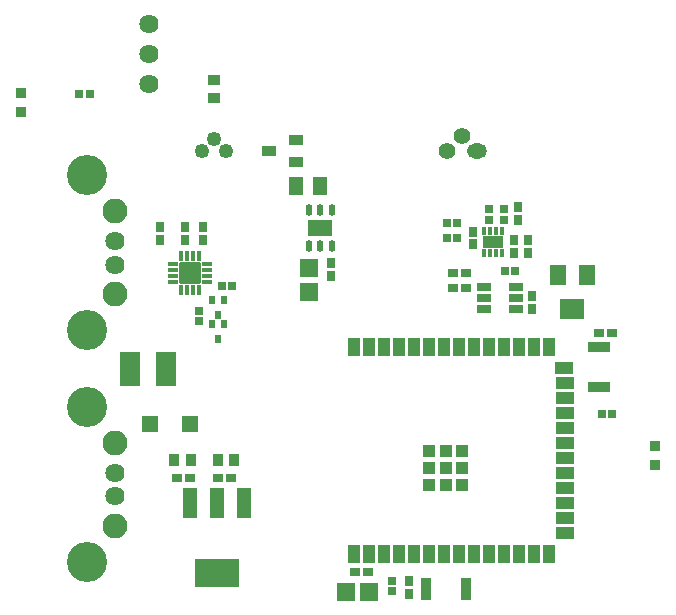
<source format=gts>
G04 Layer: TopSolderMaskLayer*
G04 EasyEDA v6.5.51, 2025-10-19 23:19:45*
G04 7b2d1a5a50ca49e0b1e0c3d03fbfd553,f84f62d461a54663ae58951fd378ab02,10*
G04 Gerber Generator version 0.2*
G04 Scale: 100 percent, Rotated: No, Reflected: No *
G04 Dimensions in millimeters *
G04 leading zeros omitted , absolute positions ,4 integer and 5 decimal *
%FSLAX45Y45*%
%MOMM*%

%AMMACRO1*4,1,8,-0.2911,-0.3336,-0.3208,-0.3038,-0.3208,0.3039,-0.2911,0.3336,0.291,0.3336,0.3208,0.3039,0.3208,-0.3038,0.291,-0.3336,-0.2911,-0.3336,0*%
%AMMACRO2*4,1,8,-0.2911,-0.4458,-0.3208,-0.4161,-0.3208,0.4161,-0.2911,0.4458,0.291,0.4458,0.3208,0.4161,0.3208,-0.4161,0.291,-0.4458,-0.2911,-0.4458,0*%
%AMMACRO3*4,1,8,-0.2211,-0.3058,-0.2508,-0.276,-0.2508,0.276,-0.2211,0.3058,0.221,0.3058,0.2508,0.276,0.2508,-0.276,0.221,-0.3058,-0.2211,-0.3058,0*%
%AMMACRO4*4,1,8,-0.3039,-0.3208,-0.3336,-0.291,-0.3336,0.2911,-0.3039,0.3208,0.3038,0.3208,0.3336,0.2911,0.3336,-0.291,0.3038,-0.3208,-0.3039,-0.3208,0*%
%AMMACRO5*4,1,8,-0.1461,-0.4258,-0.1758,-0.396,-0.1758,0.396,-0.1461,0.4258,0.146,0.4258,0.1758,0.396,0.1758,-0.396,0.146,-0.4258,-0.1461,-0.4258,0*%
%AMMACRO6*4,1,8,-0.396,-0.1758,-0.4258,-0.146,-0.4258,0.1461,-0.396,0.1758,0.396,0.1758,0.4258,0.1461,0.4258,-0.146,0.396,-0.1758,-0.396,-0.1758,0*%
%AMMACRO7*4,1,8,-0.8711,-0.9008,-0.9008,-0.871,-0.9008,0.8711,-0.8711,0.9008,0.871,0.9008,0.9008,0.8711,0.9008,-0.871,0.871,-0.9008,-0.8711,-0.9008,0*%
%AMMACRO8*4,1,8,-0.4211,-0.5008,-0.4508,-0.471,-0.4508,0.4711,-0.4211,0.5008,0.421,0.5008,0.4508,0.4711,0.4508,-0.471,0.421,-0.5008,-0.4211,-0.5008,0*%
%AMMACRO9*4,1,8,-0.6961,-0.7558,-0.7258,-0.726,-0.7258,0.7261,-0.6961,0.7558,0.696,0.7558,0.7258,0.7261,0.7258,-0.726,0.696,-0.7558,-0.6961,-0.7558,0*%
%AMMACRO10*4,1,8,-0.7261,-0.7258,-0.7558,-0.696,-0.7558,0.6961,-0.7261,0.7258,0.726,0.7258,0.7558,0.6961,0.7558,-0.696,0.726,-0.7258,-0.7261,-0.7258,0*%
%AMMACRO11*4,1,8,-0.4161,-0.3208,-0.4458,-0.291,-0.4458,0.2911,-0.4161,0.3208,0.4161,0.3208,0.4458,0.2911,0.4458,-0.291,0.4161,-0.3208,-0.4161,-0.3208,0*%
%AMMACRO12*4,1,8,-0.8386,-1.4008,-0.8683,-1.371,-0.8683,1.3711,-0.8386,1.4008,0.8385,1.4008,0.8683,1.3711,0.8683,-1.371,0.8385,-1.4008,-0.8386,-1.4008,0*%
%AMMACRO13*4,1,8,-0.4211,-0.4508,-0.4508,-0.421,-0.4508,0.4211,-0.4211,0.4508,0.421,0.4508,0.4508,0.4211,0.4508,-0.421,0.421,-0.4508,-0.4211,-0.4508,0*%
%AMMACRO14*4,1,8,-0.5211,-0.4508,-0.5508,-0.421,-0.5508,0.4211,-0.5211,0.4508,0.521,0.4508,0.5508,0.4211,0.5508,-0.421,0.521,-0.4508,-0.5211,-0.4508,0*%
%AMMACRO15*4,1,8,-0.5873,-0.7393,-0.6171,-0.7095,-0.6171,0.7095,-0.5873,0.7393,0.5873,0.7393,0.6171,0.7095,0.6171,-0.7095,0.5873,-0.7393,-0.5873,-0.7393,0*%
%AMMACRO16*4,1,8,-0.4531,-0.454,-0.4828,-0.4243,-0.4828,0.4243,-0.4531,0.454,0.453,0.454,0.4828,0.4243,0.4828,-0.4243,0.453,-0.454,-0.4531,-0.454,0*%
%AMMACRO17*4,1,8,-0.8711,-0.4508,-0.9008,-0.421,-0.9008,0.4211,-0.8711,0.4508,0.871,0.4508,0.9008,0.4211,0.9008,-0.421,0.871,-0.4508,-0.8711,-0.4508,0*%
%AMMACRO18*4,1,8,-0.4211,-0.9008,-0.4508,-0.871,-0.4508,0.8711,-0.4211,0.9008,0.421,0.9008,0.4508,0.8711,0.4508,-0.871,0.421,-0.9008,-0.4211,-0.9008,0*%
%AMMACRO19*4,1,8,-0.5711,-0.351,-0.601,-0.3211,-0.601,0.3211,-0.5711,0.351,0.5711,0.351,0.601,0.3211,0.601,-0.3211,0.5711,-0.351,-0.5711,-0.351,0*%
%AMMACRO20*4,1,8,-0.5711,-1.3008,-0.6008,-1.271,-0.6008,1.2711,-0.5711,1.3008,0.571,1.3008,0.6008,1.2711,0.6008,-1.271,0.571,-1.3008,-0.5711,-1.3008,0*%
%AMMACRO21*4,1,8,-1.8211,-1.2208,-1.8508,-1.191,-1.8508,1.1911,-1.8211,1.2208,1.821,1.2208,1.8508,1.1911,1.8508,-1.191,1.821,-1.2208,-1.8211,-1.2208,0*%
%AMMACRO22*4,1,8,-0.4707,-0.8,-0.5,-0.7707,-0.5,0.7707,-0.4707,0.8,0.4707,0.8,0.5,0.7707,0.5,-0.7707,0.4707,-0.8,-0.4707,-0.8,0*%
%AMMACRO23*4,1,8,-0.7707,-0.5,-0.8,-0.4707,-0.8,0.4707,-0.7707,0.5,0.7707,0.5,0.8,0.4707,0.8,-0.4707,0.7707,-0.5,-0.7707,-0.5,0*%
%AMMACRO24*4,1,8,-0.4711,-0.5008,-0.5008,-0.4711,-0.5008,0.4711,-0.4711,0.5008,0.471,0.5008,0.5008,0.4711,0.5008,-0.4711,0.471,-0.5008,-0.4711,-0.5008,0*%
%AMMACRO25*4,1,8,-0.4711,-0.5008,-0.5008,-0.471,-0.5008,0.4711,-0.4711,0.5008,0.471,0.5008,0.5008,0.4711,0.5008,-0.471,0.471,-0.5008,-0.4711,-0.5008,0*%
%AMMACRO26*4,1,8,-0.4711,-0.5008,-0.5008,-0.4711,-0.5008,0.4711,-0.4711,0.5008,0.4711,0.5008,0.5008,0.4711,0.5008,-0.4711,0.4711,-0.5008,-0.4711,-0.5008,0*%
%AMMACRO27*4,1,8,-0.4711,-0.5008,-0.5008,-0.471,-0.5008,0.4711,-0.4711,0.5008,0.4711,0.5008,0.5008,0.4711,0.5008,-0.471,0.4711,-0.5008,-0.4711,-0.5008,0*%
%AMMACRO28*4,1,8,-0.6711,-0.7008,-0.7008,-0.671,-0.7008,0.6711,-0.6711,0.7008,0.671,0.7008,0.7008,0.6711,0.7008,-0.671,0.671,-0.7008,-0.6711,-0.7008,0*%
%AMMACRO29*4,1,8,-0.1457,-0.3105,-0.175,-0.2812,-0.175,0.2812,-0.1457,0.3105,0.1457,0.3105,0.175,0.2812,0.175,-0.2812,0.1457,-0.3105,-0.1457,-0.3105,0*%
%AMMACRO30*4,1,8,-0.8207,-0.5,-0.85,-0.4707,-0.85,0.4707,-0.8207,0.5,0.8207,0.5,0.85,0.4707,0.85,-0.4707,0.8207,-0.5,-0.8207,-0.5,0*%
%AMMACRO31*4,1,8,-0.9711,-0.6508,-1.0008,-0.621,-1.0008,0.6211,-0.9711,0.6508,0.971,0.6508,1.0008,0.6211,1.0008,-0.621,0.971,-0.6508,-0.9711,-0.6508,0*%
%AMMACRO32*4,1,8,-0.6711,-0.8508,-0.7008,-0.821,-0.7008,0.8211,-0.6711,0.8508,0.671,0.8508,0.7008,0.8211,0.7008,-0.821,0.671,-0.8508,-0.6711,-0.8508,0*%
%AMMACRO33*4,1,8,-0.671,-0.8508,-0.7008,-0.821,-0.7008,0.8211,-0.671,0.8508,0.671,0.8508,0.7008,0.8211,0.7008,-0.821,0.671,-0.8508,-0.671,-0.8508,0*%
%AMMACRO34*4,1,8,-1.0211,-0.8508,-1.0508,-0.821,-1.0508,0.8211,-1.0211,0.8508,1.021,0.8508,1.0508,0.8211,1.0508,-0.821,1.021,-0.8508,-1.0211,-0.8508,0*%
%ADD10MACRO1*%
%ADD11MACRO2*%
%ADD12MACRO3*%
%ADD13MACRO4*%
%ADD14MACRO5*%
%ADD15C,0.0168*%
%ADD16MACRO6*%
%ADD17MACRO7*%
%ADD18O,2.101596X2.101596*%
%ADD19C,1.6256*%
%ADD20C,3.4016*%
%ADD21MACRO8*%
%ADD22MACRO9*%
%ADD23MACRO10*%
%ADD24MACRO11*%
%ADD25MACRO12*%
%ADD26MACRO13*%
%ADD27O,1.701546X1.301496*%
%ADD28C,1.4016*%
%ADD29MACRO14*%
%ADD30MACRO15*%
%ADD31MACRO16*%
%ADD32MACRO17*%
%ADD33MACRO18*%
%ADD34MACRO19*%
%ADD35MACRO20*%
%ADD36MACRO21*%
%ADD37MACRO22*%
%ADD38MACRO23*%
%ADD39MACRO24*%
%ADD40MACRO25*%
%ADD41MACRO26*%
%ADD42MACRO27*%
%ADD43MACRO28*%
%ADD44MACRO29*%
%ADD45MACRO30*%
%ADD46O,0.591591X1.011606*%
%ADD47MACRO31*%
%ADD48MACRO32*%
%ADD49MACRO33*%
%ADD50MACRO34*%
%ADD51C,1.2500*%
%ADD52O,1.25001X1.25001*%

%LPD*%
D10*
G01*
X2449995Y-578283D03*
G01*
X2449995Y-491717D03*
D11*
G01*
X987605Y-949088D03*
G01*
X987605Y-1058100D03*
G01*
X-460194Y-753300D03*
G01*
X-460194Y-644288D03*
G01*
X-91894Y-644288D03*
G01*
X-91894Y-753300D03*
G01*
X-244294Y-753300D03*
G01*
X-244294Y-644288D03*
D12*
G01*
X35105Y-1386095D03*
G01*
X85105Y-1256093D03*
G01*
X-14894Y-1256093D03*
G01*
X35105Y-1589295D03*
G01*
X85105Y-1459293D03*
G01*
X-14894Y-1459293D03*
D10*
G01*
X-129994Y-1354011D03*
G01*
X-129994Y-1440577D03*
D13*
G01*
X154588Y-1143294D03*
G01*
X68022Y-1143294D03*
D14*
G01*
X-131354Y-884015D03*
G01*
X-181342Y-884015D03*
G01*
X-231354Y-884015D03*
G01*
X-281341Y-883989D03*
D16*
G01*
X-351186Y-954015D03*
G01*
X-351186Y-1004002D03*
G01*
X-351186Y-1054014D03*
G01*
X-351186Y-1104002D03*
D14*
G01*
X-281189Y-1173999D03*
G01*
X-231192Y-1173999D03*
G01*
X-181194Y-1173999D03*
G01*
X-131273Y-1173999D03*
D16*
G01*
X-61202Y-1104002D03*
G01*
X-61202Y-1054014D03*
G01*
X-61202Y-1004002D03*
G01*
X-61202Y-954015D03*
D17*
G01*
X-206220Y-1029007D03*
D18*
G01*
X-836574Y-2470861D03*
D19*
G01*
X-836574Y-2720847D03*
G01*
X-836574Y-2920847D03*
D18*
G01*
X-836574Y-3170859D03*
D20*
G01*
X-1076578Y-3478352D03*
G01*
X-1076578Y-2163343D03*
D18*
G01*
X-838606Y-509727D03*
D19*
G01*
X-838606Y-759713D03*
G01*
X-838606Y-959713D03*
D18*
G01*
X-838606Y-1209725D03*
D20*
G01*
X-1078610Y-1517218D03*
G01*
X-1078610Y-202209D03*
D21*
G01*
X-199694Y-2616494D03*
G01*
X-339694Y-2616494D03*
G01*
X28605Y-2616494D03*
G01*
X168605Y-2616494D03*
D22*
G01*
X800100Y-992197D03*
G01*
X800100Y-1192202D03*
D23*
G01*
X1114993Y-3729992D03*
G01*
X1314998Y-3729992D03*
D11*
G01*
X1646887Y-3751600D03*
G01*
X1646887Y-3642588D03*
D24*
G01*
X1196695Y-3564905D03*
G01*
X1305707Y-3564905D03*
D11*
G01*
X2654995Y-859505D03*
G01*
X2654995Y-750493D03*
D24*
G01*
X3257199Y-1536994D03*
G01*
X3366211Y-1536994D03*
G01*
X2134311Y-1028994D03*
G01*
X2025299Y-1028994D03*
D11*
G01*
X2534996Y-859505D03*
G01*
X2534996Y-750493D03*
D24*
G01*
X2134311Y-1155994D03*
G01*
X2025299Y-1155994D03*
D11*
G01*
X2689405Y-1228488D03*
G01*
X2689405Y-1337500D03*
G01*
X2569994Y-579506D03*
G01*
X2569994Y-470494D03*
G01*
X2189995Y-680491D03*
G01*
X2189995Y-789503D03*
D24*
G01*
X-202488Y-2768894D03*
G01*
X-311500Y-2768894D03*
G01*
X31399Y-2768894D03*
G01*
X140411Y-2768894D03*
D25*
G01*
X-407050Y-1841500D03*
G01*
X-710549Y-1841500D03*
D26*
G01*
X3729687Y-2659494D03*
G01*
X3729687Y-2499494D03*
D27*
G01*
X2228316Y1117D03*
D28*
G01*
X2101316Y128117D03*
G01*
X1974316Y1117D03*
D29*
G01*
X696206Y94706D03*
G01*
X466204Y-289D03*
G01*
X696203Y-95295D03*
D19*
G01*
X-550214Y1079093D03*
G01*
X-550214Y569087D03*
G01*
X-550214Y823087D03*
D10*
G01*
X1507187Y-3727677D03*
G01*
X1507187Y-3641111D03*
D13*
G01*
X3280004Y-2223894D03*
G01*
X3366570Y-2223894D03*
D10*
G01*
X2329995Y-578283D03*
G01*
X2329995Y-491717D03*
D13*
G01*
X2059588Y-736894D03*
G01*
X1973022Y-736894D03*
G01*
X-1141581Y486394D03*
G01*
X-1055015Y486394D03*
G01*
X2059588Y-609894D03*
G01*
X1973022Y-609894D03*
G01*
X2548279Y-1014996D03*
G01*
X2461713Y-1014996D03*
D30*
G01*
X697100Y-292394D03*
G01*
X897110Y-292394D03*
D31*
G01*
X1Y449672D03*
G01*
X1Y600322D03*
D32*
G01*
X3259786Y-2000196D03*
G01*
X3259786Y-1660192D03*
D33*
G01*
X1794385Y-3709793D03*
G01*
X2134389Y-3709793D03*
D34*
G01*
X2557712Y-1149898D03*
G01*
X2557712Y-1244894D03*
G01*
X2557712Y-1339890D03*
G01*
X2287701Y-1339890D03*
G01*
X2287701Y-1244894D03*
G01*
X2287701Y-1149898D03*
D35*
G01*
X252402Y-2979901D03*
G01*
X22405Y-2979901D03*
G01*
X-207591Y-2979901D03*
D36*
G01*
X22405Y-3573896D03*
D37*
G01*
X1187516Y-3407289D03*
G01*
X1314516Y-3407288D03*
G01*
X1441516Y-3407288D03*
G01*
X1568516Y-3407288D03*
G01*
X1695516Y-3407288D03*
G01*
X1822516Y-3407288D03*
G01*
X1949516Y-3407288D03*
G01*
X2076516Y-3407288D03*
G01*
X2203516Y-3407288D03*
G01*
X2330516Y-3407288D03*
G01*
X2457516Y-3407288D03*
G01*
X2584516Y-3407288D03*
G01*
X2711516Y-3407288D03*
G01*
X2838516Y-3407288D03*
D38*
G01*
X2966516Y-3230788D03*
G01*
X2966516Y-3103788D03*
G01*
X2966516Y-2976788D03*
G01*
X2966516Y-2849788D03*
G01*
X2966516Y-2722788D03*
G01*
X2966516Y-2595788D03*
G01*
X2966516Y-2468788D03*
G01*
X2966516Y-2341788D03*
G01*
X2966516Y-2214788D03*
G01*
X2966516Y-2087788D03*
G01*
X2966516Y-1960788D03*
G01*
X2963511Y-1833788D03*
D37*
G01*
X2838516Y-1657289D03*
G01*
X2711516Y-1657289D03*
G01*
X2584516Y-1657289D03*
G01*
X2457516Y-1657289D03*
G01*
X2330516Y-1657289D03*
G01*
X2203516Y-1657289D03*
G01*
X2076516Y-1657289D03*
G01*
X1949516Y-1657289D03*
G01*
X1822516Y-1657289D03*
G01*
X1695516Y-1657289D03*
G01*
X1568516Y-1657289D03*
G01*
X1441516Y-1657289D03*
G01*
X1314516Y-1657289D03*
G01*
X1187516Y-1657289D03*
D39*
G01*
X2099525Y-2542298D03*
D40*
G01*
X2099536Y-2682298D03*
G01*
X2099525Y-2822295D03*
G01*
X1819526Y-2822295D03*
G01*
X1819526Y-2682298D03*
D39*
G01*
X1819526Y-2542298D03*
D41*
G01*
X1959526Y-2542298D03*
D42*
G01*
X1959526Y-2822296D03*
G01*
X1959526Y-2682298D03*
D43*
G01*
X-201284Y-2311694D03*
G01*
X-541284Y-2311694D03*
D44*
G01*
X2436194Y-672489D03*
G01*
X2386194Y-672489D03*
G01*
X2336191Y-672489D03*
G01*
X2286191Y-672489D03*
G01*
X2286191Y-862481D03*
G01*
X2336191Y-862481D03*
G01*
X2386194Y-862481D03*
G01*
X2436194Y-862481D03*
D45*
G01*
X2361192Y-767485D03*
D46*
G01*
X803732Y-801014D03*
G01*
X898728Y-801014D03*
G01*
X993724Y-801014D03*
G01*
X993724Y-494995D03*
G01*
X898728Y-494995D03*
G01*
X803732Y-494995D03*
D47*
G01*
X898709Y-647997D03*
D48*
G01*
X3157300Y-1049098D03*
D49*
G01*
X2907311Y-1049098D03*
D50*
G01*
X3032305Y-1339090D03*
D51*
G01*
X-99999Y787D03*
D52*
G01*
X0Y100787D03*
D51*
G01*
X99999Y787D03*
D26*
G01*
X-1631708Y490138D03*
G01*
X-1631693Y330238D03*
M02*

</source>
